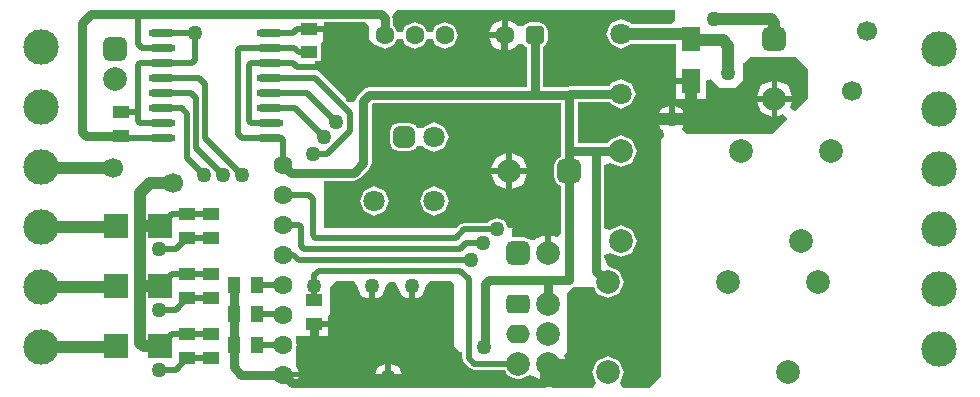
<source format=gtl>
%FSLAX24Y24*%
%MOIN*%
G70*
G01*
G75*
G04 Layer_Physical_Order=1*
G04 Layer_Color=255*
%ADD10R,0.0532X0.0433*%
%ADD11R,0.0571X0.0413*%
%ADD12O,0.0906X0.0236*%
%ADD13R,0.0827X0.0846*%
%ADD14R,0.0433X0.0532*%
%ADD15R,0.0610X0.0787*%
%ADD16C,0.0295*%
%ADD17C,0.0197*%
%ADD18C,0.0394*%
%ADD19R,0.0984X0.0906*%
%ADD20C,0.0787*%
%ADD21C,0.1181*%
%ADD22C,0.0630*%
%ADD23O,0.0787X0.0630*%
G04:AMPARAMS|DCode=24|XSize=63mil|YSize=78.7mil|CornerRadius=15.7mil|HoleSize=0mil|Usage=FLASHONLY|Rotation=270.000|XOffset=0mil|YOffset=0mil|HoleType=Round|Shape=RoundedRectangle|*
%AMROUNDEDRECTD24*
21,1,0.0630,0.0472,0,0,270.0*
21,1,0.0315,0.0787,0,0,270.0*
1,1,0.0315,-0.0236,-0.0157*
1,1,0.0315,-0.0236,0.0157*
1,1,0.0315,0.0236,0.0157*
1,1,0.0315,0.0236,-0.0157*
%
%ADD24ROUNDEDRECTD24*%
G04:AMPARAMS|DCode=25|XSize=78.7mil|YSize=78.7mil|CornerRadius=19.7mil|HoleSize=0mil|Usage=FLASHONLY|Rotation=0.000|XOffset=0mil|YOffset=0mil|HoleType=Round|Shape=RoundedRectangle|*
%AMROUNDEDRECTD25*
21,1,0.0787,0.0394,0,0,0.0*
21,1,0.0394,0.0787,0,0,0.0*
1,1,0.0394,0.0197,-0.0197*
1,1,0.0394,-0.0197,-0.0197*
1,1,0.0394,-0.0197,0.0197*
1,1,0.0394,0.0197,0.0197*
%
%ADD25ROUNDEDRECTD25*%
%ADD26C,0.0709*%
G04:AMPARAMS|DCode=27|XSize=78.7mil|YSize=78.7mil|CornerRadius=19.7mil|HoleSize=0mil|Usage=FLASHONLY|Rotation=270.000|XOffset=0mil|YOffset=0mil|HoleType=Round|Shape=RoundedRectangle|*
%AMROUNDEDRECTD27*
21,1,0.0787,0.0394,0,0,270.0*
21,1,0.0394,0.0787,0,0,270.0*
1,1,0.0394,-0.0197,-0.0197*
1,1,0.0394,-0.0197,0.0197*
1,1,0.0394,0.0197,0.0197*
1,1,0.0394,0.0197,-0.0197*
%
%ADD27ROUNDEDRECTD27*%
%ADD28C,0.0669*%
G04:AMPARAMS|DCode=29|XSize=63mil|YSize=63mil|CornerRadius=15.7mil|HoleSize=0mil|Usage=FLASHONLY|Rotation=180.000|XOffset=0mil|YOffset=0mil|HoleType=Round|Shape=RoundedRectangle|*
%AMROUNDEDRECTD29*
21,1,0.0630,0.0315,0,0,180.0*
21,1,0.0315,0.0630,0,0,180.0*
1,1,0.0315,-0.0157,0.0157*
1,1,0.0315,0.0157,0.0157*
1,1,0.0315,0.0157,-0.0157*
1,1,0.0315,-0.0157,-0.0157*
%
%ADD29ROUNDEDRECTD29*%
G04:AMPARAMS|DCode=30|XSize=70.9mil|YSize=70.9mil|CornerRadius=17.7mil|HoleSize=0mil|Usage=FLASHONLY|Rotation=0.000|XOffset=0mil|YOffset=0mil|HoleType=Round|Shape=RoundedRectangle|*
%AMROUNDEDRECTD30*
21,1,0.0709,0.0354,0,0,0.0*
21,1,0.0354,0.0709,0,0,0.0*
1,1,0.0354,0.0177,-0.0177*
1,1,0.0354,-0.0177,-0.0177*
1,1,0.0354,-0.0177,0.0177*
1,1,0.0354,0.0177,0.0177*
%
%ADD30ROUNDEDRECTD30*%
%ADD31C,0.0500*%
G36*
X31110Y21024D02*
D01*
X31110Y21024D01*
X31110Y21024D01*
Y20876D01*
X30970Y20818D01*
X30876Y20591D01*
Y20197D01*
X30970Y19970D01*
X31126Y19905D01*
Y18311D01*
X30962Y18202D01*
X30783Y18276D01*
Y17677D01*
X30587D01*
Y18276D01*
X30233Y18129D01*
X30221Y18101D01*
X30109D01*
X30109Y18101D01*
Y18101D01*
X29882Y18195D01*
X29488D01*
Y18465D01*
X29528Y18504D01*
X29339D01*
X29244Y18732D01*
X28976Y18843D01*
X28709Y18732D01*
X28686Y18679D01*
X27874D01*
X27722Y18616D01*
X27610Y18504D01*
X23228D01*
Y20086D01*
X24213D01*
X24213Y20086D01*
X24402Y20165D01*
X24717Y20480D01*
X24717Y20480D01*
X24740Y20535D01*
X24796Y20669D01*
X24796Y20669D01*
Y22645D01*
X24835Y22685D01*
X31110D01*
Y21024D01*
D02*
G37*
G36*
X27559Y16614D02*
Y14567D01*
X27559D01*
X27756Y14370D01*
X27817D01*
Y14173D01*
X27880Y14021D01*
X28069Y13832D01*
X28220Y13769D01*
X29240D01*
X29307Y13606D01*
X29685Y13450D01*
X30063Y13606D01*
X30063D01*
D01*
X30233Y13532D01*
X30233Y13532D01*
X30233Y13532D01*
X30596Y13382D01*
X30557Y13189D01*
X25868D01*
X25759Y13353D01*
X25797Y13445D01*
X24911D01*
X24950Y13353D01*
X24840Y13189D01*
X22402D01*
X22293Y13353D01*
X22364Y13524D01*
X21850D01*
Y13720D01*
X22364D01*
X22283Y13914D01*
Y14583D01*
X22300Y14622D01*
X22283Y14661D01*
Y14911D01*
X22392D01*
Y14911D01*
X22776D01*
Y15315D01*
X22874D01*
Y15413D01*
X23356D01*
Y15561D01*
X23425Y15630D01*
Y16535D01*
X23622Y16732D01*
X24214D01*
X24319Y16575D01*
X24319Y16575D01*
X24319D01*
X24461Y16233D01*
X24705Y16132D01*
Y16575D01*
X24902D01*
Y16132D01*
X25145Y16233D01*
X25287Y16575D01*
X25287Y16575D01*
X25287Y16575D01*
X25374Y16705D01*
X25571D01*
X25658Y16575D01*
X25658Y16575D01*
X25658D01*
X25800Y16233D01*
X26043Y16132D01*
Y16575D01*
X26240D01*
Y16132D01*
X26484Y16233D01*
X26625Y16575D01*
X26625Y16575D01*
X26625Y16575D01*
X26731Y16732D01*
X27441D01*
X27559Y16614D01*
D02*
G37*
G36*
X34927Y25438D02*
X34789Y25298D01*
X33469D01*
X33458Y25324D01*
X33110Y25468D01*
X32763Y25324D01*
X32618Y24976D01*
X32763Y24629D01*
X33110Y24485D01*
X33458Y24629D01*
X33469Y24655D01*
X34937D01*
X34945Y23999D01*
X34931Y23985D01*
X34931D01*
Y23493D01*
X35433D01*
Y23394D01*
X35531D01*
Y22804D01*
X35935D01*
Y23414D01*
X36117Y23489D01*
X36417Y23189D01*
X36929D01*
X36969Y23228D01*
Y23228D01*
X37165Y23425D01*
Y24016D01*
X37205D01*
X37402Y24213D01*
X38937D01*
X39331Y23819D01*
Y22874D01*
X39342Y22862D01*
X39331Y22835D01*
X39331D01*
X39331Y22835D01*
X38908Y22412D01*
X38744Y22521D01*
X38827Y22720D01*
X38327D01*
Y22220D01*
X38526Y22303D01*
X38635Y22139D01*
X38150Y21654D01*
X35268D01*
X35159Y21817D01*
X35246Y22028D01*
X34360D01*
X34461Y21784D01*
X34520Y21760D01*
X34559Y21566D01*
X34449Y21457D01*
Y16102D01*
Y13583D01*
X34055Y13189D01*
X33180D01*
X33071Y13353D01*
X33212Y13693D01*
X33055Y14071D01*
X32677Y14227D01*
X32299Y14071D01*
X32143Y13693D01*
X32284Y13353D01*
X32174Y13189D01*
X30813D01*
X30774Y13382D01*
X31137Y13532D01*
X31283Y13886D01*
X30685D01*
Y14083D01*
X31283D01*
X31216Y14246D01*
X31299Y14370D01*
X31299D01*
Y16299D01*
Y16339D01*
X31496Y16535D01*
X32208D01*
X32299Y16315D01*
X32677Y16159D01*
X33008Y16295D01*
D01*
X33055Y16315D01*
X33212Y16693D01*
X33055Y17071D01*
X32677Y17227D01*
X32677Y17227D01*
Y17227D01*
X32552Y17531D01*
Y17610D01*
X32732Y17685D01*
X33110Y17529D01*
X33488Y17685D01*
X33645Y18063D01*
X33488Y18441D01*
X33110Y18597D01*
X32732Y18441D01*
X32552Y18516D01*
Y20610D01*
X32732Y20685D01*
D01*
D01*
X33110Y20529D01*
X33488Y20685D01*
X33645Y21063D01*
X33488Y21441D01*
X33110Y21597D01*
X32732Y21441D01*
X32687Y21331D01*
X31693D01*
Y22638D01*
Y22708D01*
X32729D01*
X32763Y22629D01*
X33110Y22485D01*
X33458Y22629D01*
X33602Y22976D01*
X33458Y23324D01*
X33395Y23350D01*
X33110Y23468D01*
X32763Y23324D01*
X32729Y23244D01*
X31402D01*
X31402Y23244D01*
X31345Y23221D01*
X30504D01*
Y24541D01*
X30591Y24577D01*
X30672Y24774D01*
Y25089D01*
X30591Y25286D01*
X30394Y25367D01*
X30079D01*
X29882Y25286D01*
X29861Y25236D01*
X29664D01*
X29628Y25323D01*
X29335Y25444D01*
Y24931D01*
Y24418D01*
X29628Y24539D01*
X29664Y24627D01*
X29861D01*
X29882Y24577D01*
X29968Y24541D01*
Y23221D01*
X24724D01*
X24724Y23221D01*
X24535Y23142D01*
X24338Y22945D01*
X24260Y22756D01*
X24260Y22756D01*
X24260D01*
X24181Y22717D01*
X24005D01*
X23933Y22788D01*
Y22795D01*
X22913Y23858D01*
Y24063D01*
X23102D01*
Y24677D01*
D01*
Y24677D01*
X23179Y24754D01*
X23199D01*
Y25059D01*
X22717D01*
Y25256D01*
X23199D01*
Y25362D01*
X24568D01*
X24726Y25197D01*
Y24803D01*
Y24803D01*
X24915Y24606D01*
X24936D01*
X25236Y24482D01*
X25554Y24614D01*
X25638Y24816D01*
X25835D01*
X25919Y24614D01*
X26236Y24482D01*
X26554Y24614D01*
X26638Y24816D01*
X26835D01*
X26919Y24614D01*
X27236Y24482D01*
X27554Y24614D01*
X27685Y24931D01*
X27554Y25249D01*
X27236Y25380D01*
X26919Y25249D01*
X26835Y25046D01*
X26638D01*
X26554Y25249D01*
X26236Y25380D01*
X25919Y25249D01*
X25835Y25046D01*
X25638D01*
X25554Y25249D01*
X25504Y25269D01*
Y25512D01*
X25504Y25512D01*
X25486Y25556D01*
X25519Y25591D01*
Y25630D01*
X25670Y25787D01*
X34923D01*
X34927Y25438D01*
D02*
G37*
%LPC*%
G36*
X29295Y20295D02*
X28795D01*
X28942Y19942D01*
X29295Y19795D01*
Y20295D01*
D02*
G37*
G36*
Y20992D02*
X28942Y20846D01*
X28795Y20492D01*
X29295D01*
Y20992D01*
D02*
G37*
G36*
X29992Y20295D02*
X29492D01*
Y19795D01*
X29846Y19942D01*
X29992Y20295D01*
D02*
G37*
G36*
X26890Y19901D02*
X26542Y19757D01*
X26398Y19409D01*
X26542Y19062D01*
X26890Y18918D01*
X27237Y19062D01*
X27382Y19409D01*
X27237Y19757D01*
X26890Y19901D01*
D02*
G37*
G36*
X25453Y13986D02*
Y13642D01*
X25797D01*
X25696Y13885D01*
X25453Y13986D01*
D02*
G37*
G36*
X25256D02*
X25012Y13885D01*
X24911Y13642D01*
X25256D01*
Y13986D01*
D02*
G37*
G36*
X24890Y19901D02*
X24542Y19757D01*
X24398Y19409D01*
X24542Y19062D01*
X24890Y18918D01*
X25237Y19062D01*
X25382Y19409D01*
X25237Y19757D01*
X24890Y19901D01*
D02*
G37*
G36*
X23356Y15217D02*
X22972D01*
Y14911D01*
X23356D01*
Y15217D01*
D02*
G37*
G36*
X38130Y23417D02*
X37776Y23271D01*
X37630Y22917D01*
X38130D01*
Y23417D01*
D02*
G37*
G36*
X35335Y23296D02*
X34931D01*
Y22804D01*
Y22804D01*
X35335D01*
Y23296D01*
D02*
G37*
G36*
X38327Y23417D02*
Y22917D01*
X38827D01*
X38680Y23271D01*
X38327Y23417D01*
D02*
G37*
G36*
X29138Y25444D02*
X28844Y25323D01*
X28723Y25030D01*
X29138D01*
Y25444D01*
D02*
G37*
G36*
Y24833D02*
X28723D01*
X28844Y24539D01*
X29138Y24418D01*
Y24833D01*
D02*
G37*
G36*
X26878Y22027D02*
X26530Y21883D01*
X26506Y21824D01*
X26309D01*
X26267Y21925D01*
X26055Y22013D01*
X25701D01*
X25489Y21925D01*
X25401Y21713D01*
Y21358D01*
X25489Y21146D01*
X25701Y21058D01*
X26055D01*
X26267Y21146D01*
X26309Y21247D01*
X26506D01*
X26530Y21188D01*
X26878Y21044D01*
X27226Y21188D01*
X27370Y21535D01*
X27226Y21883D01*
X26878Y22027D01*
D02*
G37*
G36*
X29492Y20992D02*
Y20492D01*
X29992D01*
X29846Y20846D01*
X29492Y20992D01*
D02*
G37*
G36*
X38130Y22720D02*
X37630D01*
X37776Y22367D01*
X38130Y22220D01*
Y22720D01*
D02*
G37*
G36*
X34902Y22569D02*
Y22224D01*
X35246D01*
X35145Y22468D01*
X34902Y22569D01*
D02*
G37*
G36*
X34705D02*
X34461Y22468D01*
X34360Y22224D01*
X34705D01*
Y22569D01*
D02*
G37*
%LPD*%
D10*
X19449Y14173D02*
D03*
Y14961D02*
D03*
X19449Y16181D02*
D03*
Y16968D02*
D03*
X19449Y18189D02*
D03*
Y18976D02*
D03*
D11*
X18661Y16181D02*
D03*
Y16968D02*
D03*
X22874Y16102D02*
D03*
Y15315D02*
D03*
X18661Y14173D02*
D03*
Y14961D02*
D03*
Y18189D02*
D03*
Y18976D02*
D03*
X16457Y22362D02*
D03*
Y21575D02*
D03*
X22717Y24370D02*
D03*
Y25157D02*
D03*
D12*
X17805Y25018D02*
D03*
Y24518D02*
D03*
Y24018D02*
D03*
Y23518D02*
D03*
Y23018D02*
D03*
Y22518D02*
D03*
Y22018D02*
D03*
Y21518D02*
D03*
X21407Y25018D02*
D03*
Y24518D02*
D03*
Y24018D02*
D03*
Y23518D02*
D03*
Y23018D02*
D03*
Y22518D02*
D03*
Y22018D02*
D03*
Y21518D02*
D03*
D13*
X16270Y14567D02*
D03*
X17746D02*
D03*
X16270Y16575D02*
D03*
X17746D02*
D03*
X16270Y18583D02*
D03*
X17746D02*
D03*
D14*
X20197Y14606D02*
D03*
X20984D02*
D03*
X20197Y16614D02*
D03*
X20984D02*
D03*
X20197Y15630D02*
D03*
X20984D02*
D03*
D15*
X35433Y24794D02*
D03*
Y23394D02*
D03*
D16*
X30236Y22953D02*
X31378D01*
X24724D02*
X30236D01*
X24528Y20669D02*
Y22756D01*
X24724Y22953D01*
X32283Y21063D02*
X33110D01*
X31417D02*
X32283D01*
Y17087D02*
X32677Y16693D01*
X32283Y17087D02*
Y21063D01*
X31378Y21024D02*
Y22953D01*
Y20409D02*
Y21024D01*
X31417Y21063D01*
X31378Y22953D02*
X31402Y22976D01*
X33110D01*
X31378Y20409D02*
X31394Y20394D01*
X22874Y13343D02*
X30548D01*
X22130D02*
X22874D01*
Y15315D01*
X21850Y13622D02*
X22130Y13343D01*
X30548D02*
X30685Y13480D01*
Y13984D01*
X30709Y16772D02*
X31378D01*
X28701D02*
X30709D01*
X30685Y16748D02*
X30709Y16772D01*
X30685Y15984D02*
Y16748D01*
X28543Y14528D02*
X28583Y14567D01*
Y16654D01*
X28701Y16772D01*
X31378D02*
X31394Y16787D01*
Y20394D01*
X30236Y22953D02*
Y24931D01*
X24213Y20354D02*
X24528Y20669D01*
X22118Y20354D02*
X24213D01*
X21850Y20622D02*
X22118Y20354D01*
X20433Y13622D02*
X21850D01*
X20197Y13858D02*
X20433Y13622D01*
X20197Y13858D02*
Y14606D01*
Y15630D01*
Y16614D01*
X25236Y24931D02*
Y25512D01*
X25118Y25630D02*
X25236Y25512D01*
X15157Y25354D02*
X15433Y25630D01*
X15157Y21693D02*
Y25354D01*
Y21693D02*
X15276Y21575D01*
X16457D01*
X15433Y25630D02*
X17008D01*
X25118D01*
D17*
X21850Y19622D02*
X22701D01*
X22835Y19488D01*
Y18268D02*
Y19488D01*
Y18268D02*
X22913Y18189D01*
X27598D01*
X27874Y18465D01*
X28976D01*
X21850Y17622D02*
X22181D01*
X22362Y17441D01*
X28110D01*
X21850Y18622D02*
X22362D01*
X22441Y18543D01*
Y17913D02*
Y18543D01*
Y17913D02*
X22559Y17795D01*
X27756D01*
X27953Y17992D01*
X28504D01*
X22874Y16102D02*
Y16575D01*
X28031Y14173D02*
X28220Y13984D01*
X29685D01*
X28031Y14173D02*
Y16811D01*
X27756Y17087D02*
X28031Y16811D01*
X23031Y17087D02*
X27756D01*
X22874Y16929D02*
X23031Y17087D01*
X22874Y16575D02*
Y16929D01*
X29638Y13937D02*
X29685Y13984D01*
X29213Y24907D02*
X29236Y24931D01*
X29213Y24055D02*
Y24907D01*
X29016Y23858D02*
X29213Y24055D01*
X23189Y23858D02*
X29016D01*
X21835Y14606D02*
X21850Y14622D01*
X20984Y14606D02*
X21835D01*
X21843Y15630D02*
X21850Y15622D01*
X20984Y15630D02*
X21843D01*
Y16614D02*
X21850Y16622D01*
X20984Y16614D02*
X21843D01*
X18268Y17795D02*
X18661Y18189D01*
X17717Y17795D02*
X18268D01*
X18268Y15787D02*
X18661Y16181D01*
X17717Y15787D02*
X18268D01*
Y13780D02*
X18661Y14173D01*
X17717Y13780D02*
X18268D01*
X18661Y14173D02*
X19449D01*
X18661Y16181D02*
X19449D01*
X18661Y18189D02*
X19449D01*
X17746Y18583D02*
X18140Y18976D01*
X18661D01*
X19449D01*
X17746Y16575D02*
X18140Y16968D01*
X18661D01*
X19449D01*
X17746Y14567D02*
X18140Y14961D01*
X18661D01*
X19449D01*
X17136Y24518D02*
X17805D01*
X17008Y24646D02*
X17136Y24518D01*
X17008Y24646D02*
Y25630D01*
X17805Y25018D02*
X18880D01*
X18898Y25000D01*
Y24094D02*
Y25000D01*
X18819Y24016D02*
X18898Y24094D01*
X17807Y24016D02*
X18819D01*
X17805Y24018D02*
X17807Y24016D01*
X17089Y24018D02*
X17805D01*
X17008Y23937D02*
X17089Y24018D01*
X17008Y22087D02*
X17087Y22008D01*
X17795D01*
X17805Y22018D01*
X16457Y22362D02*
X17008D01*
Y22087D02*
Y22362D01*
Y23937D01*
X16514Y21518D02*
X17805D01*
X16457Y21575D02*
X16514Y21518D01*
X17805Y22518D02*
X18467D01*
X18661Y22323D01*
Y20827D02*
Y22323D01*
Y20827D02*
X19213Y20276D01*
X17805Y23018D02*
X18793D01*
X18958Y22853D01*
Y21164D02*
Y22853D01*
Y21164D02*
X19843Y20280D01*
Y20276D02*
Y20280D01*
X17805Y23518D02*
X19041D01*
X19255Y23304D01*
Y21497D02*
Y23304D01*
Y21497D02*
X20472Y20280D01*
Y20276D02*
Y20280D01*
X21407Y21518D02*
X21789D01*
X21850Y21457D01*
Y20622D02*
Y21457D01*
X20778Y22018D02*
X21407D01*
X20709Y22087D02*
X20778Y22018D01*
X20709Y22087D02*
Y23937D01*
X20789Y24018D01*
X21407D01*
X20490Y21518D02*
X21407D01*
X20354Y21654D02*
X20490Y21518D01*
X20354Y21654D02*
Y24449D01*
X20423Y24518D01*
X21407D01*
X22215D01*
X21407Y24018D02*
X22163D01*
X21407Y22518D02*
X22246D01*
X23228Y21535D01*
X21407Y23018D02*
X22652D01*
X23622Y22047D01*
X21407Y23518D02*
X22900D01*
X24070Y22347D01*
Y21743D02*
Y22347D01*
X23311Y20984D02*
X24070Y21743D01*
X22835Y20984D02*
X23311D01*
X22163Y24018D02*
X22323Y23858D01*
X23189D01*
X23268Y23937D01*
Y25118D01*
X23228Y25157D02*
X23268Y25118D01*
X22717Y25157D02*
X23228D01*
X21407Y25018D02*
X22183D01*
X22215Y24518D02*
X22362Y24370D01*
X22717D01*
X22183Y25018D02*
X22323Y25157D01*
X22717D01*
X21850Y18622D02*
X21890Y18583D01*
X21850Y19622D02*
X21866Y19606D01*
D18*
X30685Y13984D02*
X30732Y13937D01*
X31339D01*
X33858Y16457D01*
Y21850D01*
X34134Y22126D01*
X34803D01*
X13780Y20528D02*
X13807Y20500D01*
X16181D01*
X17402Y20000D02*
X18181D01*
X17087Y19685D02*
X17402Y20000D01*
X17087Y18543D02*
Y19685D01*
X13780Y14528D02*
X16230D01*
X13780Y16528D02*
X16222D01*
X13780Y18528D02*
X16215D01*
X17087Y16575D02*
Y18543D01*
X17126Y18583D01*
X17746D01*
X17087Y14685D02*
Y16575D01*
X17746D01*
X17087Y14685D02*
X17205Y14567D01*
X17746D01*
X16215Y18528D02*
X16270Y18583D01*
X16222Y16528D02*
X16270Y16575D01*
X16230Y14528D02*
X16270Y14567D01*
X38228Y24819D02*
Y25354D01*
X36693Y23661D02*
Y24567D01*
X36496Y24764D02*
X36693Y24567D01*
X35464Y24764D02*
X36496D01*
X35433Y24794D02*
X35464Y24764D01*
X36220Y25472D02*
X38110D01*
X38228Y25354D01*
X33110Y24976D02*
X35251D01*
X35433Y24794D01*
Y22244D02*
Y23394D01*
X35315Y22126D02*
X35433Y22244D01*
X34803Y22126D02*
X35315D01*
D19*
X30925Y13642D02*
D03*
D20*
X32677Y13693D02*
D03*
X38677D02*
D03*
X39677Y16693D02*
D03*
X36677D02*
D03*
X32677D02*
D03*
X33110Y18063D02*
D03*
X39110D02*
D03*
X40110Y21063D02*
D03*
X37110D02*
D03*
X33110D02*
D03*
X30685Y13984D02*
D03*
X29685D02*
D03*
X30685Y14984D02*
D03*
Y15984D02*
D03*
Y17677D02*
D03*
X29394Y20394D02*
D03*
X38228Y22819D02*
D03*
X16260Y23488D02*
D03*
D21*
X43701Y14488D02*
D03*
Y16488D02*
D03*
Y18488D02*
D03*
Y20488D02*
D03*
Y22488D02*
D03*
Y24488D02*
D03*
X13780Y14528D02*
D03*
Y16528D02*
D03*
Y18528D02*
D03*
Y20528D02*
D03*
Y22528D02*
D03*
Y24528D02*
D03*
D22*
X21850Y20622D02*
D03*
Y19622D02*
D03*
Y18622D02*
D03*
Y17622D02*
D03*
Y16622D02*
D03*
Y15622D02*
D03*
Y14622D02*
D03*
Y13622D02*
D03*
X29236Y24931D02*
D03*
X27236D02*
D03*
X26236D02*
D03*
X25236D02*
D03*
D23*
X29685Y14984D02*
D03*
D24*
Y15984D02*
D03*
D25*
Y17677D02*
D03*
X31394Y20394D02*
D03*
D26*
X33110Y24976D02*
D03*
Y22976D02*
D03*
X24890Y19409D02*
D03*
X26890D02*
D03*
X26878Y21535D02*
D03*
D27*
X38228Y24819D02*
D03*
X16260Y24488D02*
D03*
D28*
X41299Y25071D02*
D03*
X40799Y23071D02*
D03*
X18181Y20000D02*
D03*
X16181Y20500D02*
D03*
D29*
X30236Y24931D02*
D03*
D30*
X25878Y21535D02*
D03*
D31*
X25354Y13543D02*
D03*
X26142Y16575D02*
D03*
X24803D02*
D03*
X28543Y14528D02*
D03*
X17717Y13780D02*
D03*
Y15787D02*
D03*
X20472Y20276D02*
D03*
X19843D02*
D03*
X19213D02*
D03*
X17717Y17795D02*
D03*
X22874Y16575D02*
D03*
X28976Y18465D02*
D03*
X28504Y17992D02*
D03*
X28110Y17441D02*
D03*
X36693Y23661D02*
D03*
X36220Y25472D02*
D03*
X34803Y22126D02*
D03*
X18898Y25000D02*
D03*
X22835Y20984D02*
D03*
X23228Y21535D02*
D03*
X23622Y22047D02*
D03*
M02*

</source>
